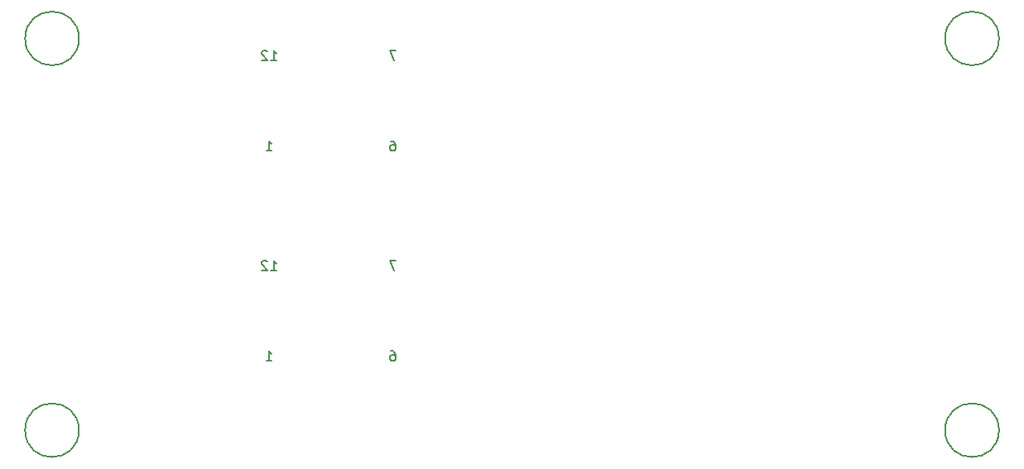
<source format=gbr>
G04 #@! TF.GenerationSoftware,KiCad,Pcbnew,(5.1.6-0-10_14)*
G04 #@! TF.CreationDate,2020-10-10T00:55:13+02:00*
G04 #@! TF.ProjectId,ka3005p_displaydriver,6b613330-3035-4705-9f64-6973706c6179,rev?*
G04 #@! TF.SameCoordinates,Original*
G04 #@! TF.FileFunction,Legend,Bot*
G04 #@! TF.FilePolarity,Positive*
%FSLAX46Y46*%
G04 Gerber Fmt 4.6, Leading zero omitted, Abs format (unit mm)*
G04 Created by KiCad (PCBNEW (5.1.6-0-10_14)) date 2020-10-10 00:55:13*
%MOMM*%
%LPD*%
G01*
G04 APERTURE LIST*
%ADD10C,0.150000*%
G04 APERTURE END LIST*
D10*
X199351818Y-72500000D02*
G75*
G03*
X199351818Y-72500000I-2751818J0D01*
G01*
X199351818Y-112600000D02*
G75*
G03*
X199351818Y-112600000I-2751818J0D01*
G01*
X105251818Y-72500000D02*
G75*
G03*
X105251818Y-72500000I-2751818J0D01*
G01*
X105251818Y-112600000D02*
G75*
G03*
X105251818Y-112600000I-2751818J0D01*
G01*
X137683333Y-73752380D02*
X137016666Y-73752380D01*
X137445238Y-74752380D01*
X124890476Y-74752380D02*
X125461904Y-74752380D01*
X125176190Y-74752380D02*
X125176190Y-73752380D01*
X125271428Y-73895238D01*
X125366666Y-73990476D01*
X125461904Y-74038095D01*
X124509523Y-73847619D02*
X124461904Y-73800000D01*
X124366666Y-73752380D01*
X124128571Y-73752380D01*
X124033333Y-73800000D01*
X123985714Y-73847619D01*
X123938095Y-73942857D01*
X123938095Y-74038095D01*
X123985714Y-74180952D01*
X124557142Y-74752380D01*
X123938095Y-74752380D01*
X124890476Y-96252380D02*
X125461904Y-96252380D01*
X125176190Y-96252380D02*
X125176190Y-95252380D01*
X125271428Y-95395238D01*
X125366666Y-95490476D01*
X125461904Y-95538095D01*
X124509523Y-95347619D02*
X124461904Y-95300000D01*
X124366666Y-95252380D01*
X124128571Y-95252380D01*
X124033333Y-95300000D01*
X123985714Y-95347619D01*
X123938095Y-95442857D01*
X123938095Y-95538095D01*
X123985714Y-95680952D01*
X124557142Y-96252380D01*
X123938095Y-96252380D01*
X137683333Y-95252380D02*
X137016666Y-95252380D01*
X137445238Y-96252380D01*
X124414285Y-105502380D02*
X124985714Y-105502380D01*
X124700000Y-105502380D02*
X124700000Y-104502380D01*
X124795238Y-104645238D01*
X124890476Y-104740476D01*
X124985714Y-104788095D01*
X137159523Y-104502380D02*
X137350000Y-104502380D01*
X137445238Y-104550000D01*
X137492857Y-104597619D01*
X137588095Y-104740476D01*
X137635714Y-104930952D01*
X137635714Y-105311904D01*
X137588095Y-105407142D01*
X137540476Y-105454761D01*
X137445238Y-105502380D01*
X137254761Y-105502380D01*
X137159523Y-105454761D01*
X137111904Y-105407142D01*
X137064285Y-105311904D01*
X137064285Y-105073809D01*
X137111904Y-104978571D01*
X137159523Y-104930952D01*
X137254761Y-104883333D01*
X137445238Y-104883333D01*
X137540476Y-104930952D01*
X137588095Y-104978571D01*
X137635714Y-105073809D01*
X137159523Y-83002380D02*
X137350000Y-83002380D01*
X137445238Y-83050000D01*
X137492857Y-83097619D01*
X137588095Y-83240476D01*
X137635714Y-83430952D01*
X137635714Y-83811904D01*
X137588095Y-83907142D01*
X137540476Y-83954761D01*
X137445238Y-84002380D01*
X137254761Y-84002380D01*
X137159523Y-83954761D01*
X137111904Y-83907142D01*
X137064285Y-83811904D01*
X137064285Y-83573809D01*
X137111904Y-83478571D01*
X137159523Y-83430952D01*
X137254761Y-83383333D01*
X137445238Y-83383333D01*
X137540476Y-83430952D01*
X137588095Y-83478571D01*
X137635714Y-83573809D01*
X124414285Y-84002380D02*
X124985714Y-84002380D01*
X124700000Y-84002380D02*
X124700000Y-83002380D01*
X124795238Y-83145238D01*
X124890476Y-83240476D01*
X124985714Y-83288095D01*
M02*

</source>
